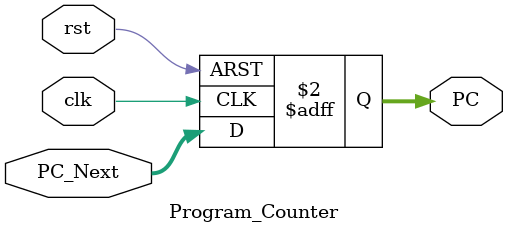
<source format=v>
`timescale 1ns / 1ps


module Program_Counter(
    input clk, rst,
    input [31:0] PC_Next,
    output reg [31:0] PC
);

always @(posedge clk or posedge rst) begin
    if (rst) 
        PC <= 32'b0;     
    else
        PC <= PC_Next;  
end

endmodule

</source>
